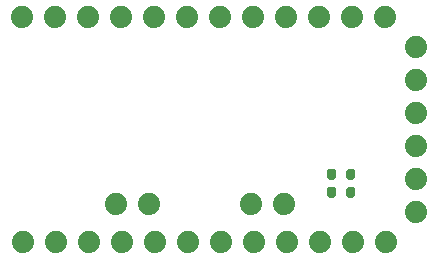
<source format=gbr>
%TF.GenerationSoftware,KiCad,Pcbnew,5.1.10-88a1d61d58~90~ubuntu20.04.1*%
%TF.CreationDate,2021-12-16T23:27:53-03:00*%
%TF.ProjectId,projeto-final,70726f6a-6574-46f2-9d66-696e616c2e6b,rev?*%
%TF.SameCoordinates,Original*%
%TF.FileFunction,Soldermask,Bot*%
%TF.FilePolarity,Negative*%
%FSLAX46Y46*%
G04 Gerber Fmt 4.6, Leading zero omitted, Abs format (unit mm)*
G04 Created by KiCad (PCBNEW 5.1.10-88a1d61d58~90~ubuntu20.04.1) date 2021-12-16 23:27:53*
%MOMM*%
%LPD*%
G01*
G04 APERTURE LIST*
%ADD10C,1.879600*%
G04 APERTURE END LIST*
D10*
%TO.C,J1*%
X160020000Y-84455000D03*
X160020000Y-81661000D03*
X160020000Y-78867000D03*
X160020000Y-76073000D03*
X160020000Y-73279000D03*
X160020000Y-70485000D03*
%TD*%
%TO.C,J2*%
X157353000Y-67945000D03*
X154559000Y-67945000D03*
X151765000Y-67945000D03*
X148971000Y-67945000D03*
X146177000Y-67945000D03*
X143383000Y-67945000D03*
X140589000Y-67945000D03*
X137795000Y-67945000D03*
X135001000Y-67945000D03*
X132207000Y-67945000D03*
X129413000Y-67945000D03*
X126619000Y-67945000D03*
%TD*%
%TO.C,J3*%
X148844000Y-83820000D03*
X146050000Y-83820000D03*
%TD*%
%TO.C,J4*%
X126746000Y-86995000D03*
X129540000Y-86995000D03*
X132334000Y-86995000D03*
X135128000Y-86995000D03*
X137922000Y-86995000D03*
X140716000Y-86995000D03*
X143510000Y-86995000D03*
X146304000Y-86995000D03*
X149098000Y-86995000D03*
X151892000Y-86995000D03*
X154686000Y-86995000D03*
X157480000Y-86995000D03*
%TD*%
%TO.C,J5*%
X137414000Y-83820000D03*
X134620000Y-83820000D03*
%TD*%
%TO.C,R4*%
G36*
G01*
X153245000Y-81005000D02*
X153245000Y-81555000D01*
G75*
G02*
X153045000Y-81755000I-200000J0D01*
G01*
X152645000Y-81755000D01*
G75*
G02*
X152445000Y-81555000I0J200000D01*
G01*
X152445000Y-81005000D01*
G75*
G02*
X152645000Y-80805000I200000J0D01*
G01*
X153045000Y-80805000D01*
G75*
G02*
X153245000Y-81005000I0J-200000D01*
G01*
G37*
G36*
G01*
X154895000Y-81005000D02*
X154895000Y-81555000D01*
G75*
G02*
X154695000Y-81755000I-200000J0D01*
G01*
X154295000Y-81755000D01*
G75*
G02*
X154095000Y-81555000I0J200000D01*
G01*
X154095000Y-81005000D01*
G75*
G02*
X154295000Y-80805000I200000J0D01*
G01*
X154695000Y-80805000D01*
G75*
G02*
X154895000Y-81005000I0J-200000D01*
G01*
G37*
%TD*%
%TO.C,R5*%
G36*
G01*
X153245000Y-82529000D02*
X153245000Y-83079000D01*
G75*
G02*
X153045000Y-83279000I-200000J0D01*
G01*
X152645000Y-83279000D01*
G75*
G02*
X152445000Y-83079000I0J200000D01*
G01*
X152445000Y-82529000D01*
G75*
G02*
X152645000Y-82329000I200000J0D01*
G01*
X153045000Y-82329000D01*
G75*
G02*
X153245000Y-82529000I0J-200000D01*
G01*
G37*
G36*
G01*
X154895000Y-82529000D02*
X154895000Y-83079000D01*
G75*
G02*
X154695000Y-83279000I-200000J0D01*
G01*
X154295000Y-83279000D01*
G75*
G02*
X154095000Y-83079000I0J200000D01*
G01*
X154095000Y-82529000D01*
G75*
G02*
X154295000Y-82329000I200000J0D01*
G01*
X154695000Y-82329000D01*
G75*
G02*
X154895000Y-82529000I0J-200000D01*
G01*
G37*
%TD*%
M02*

</source>
